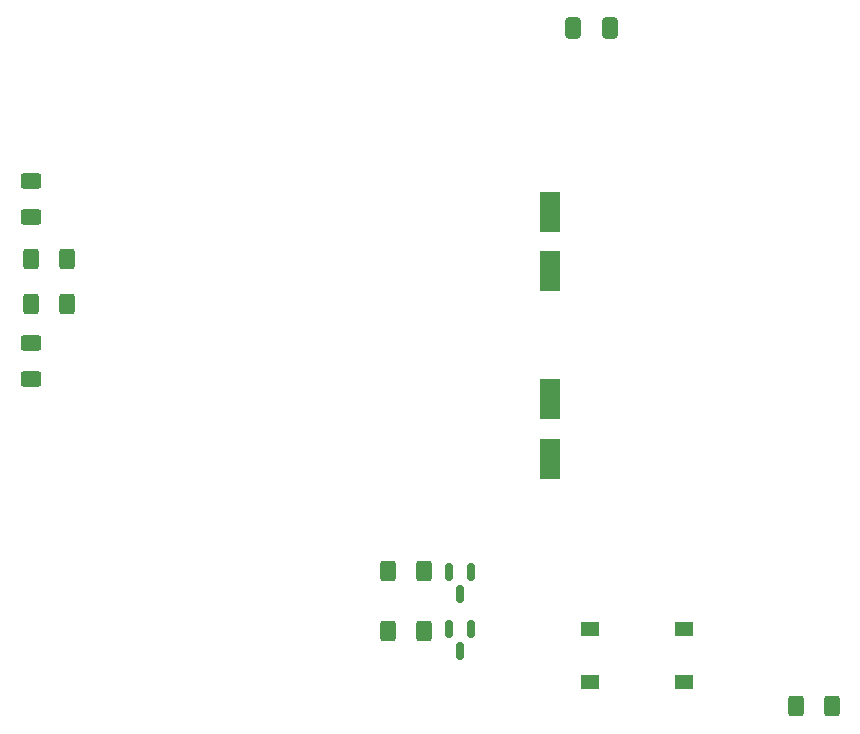
<source format=gbr>
%TF.GenerationSoftware,KiCad,Pcbnew,(6.0.0)*%
%TF.CreationDate,2022-04-01T08:55:31-04:00*%
%TF.ProjectId,Thermostat_Mega,54686572-6d6f-4737-9461-745f4d656761,rev?*%
%TF.SameCoordinates,Original*%
%TF.FileFunction,Paste,Top*%
%TF.FilePolarity,Positive*%
%FSLAX46Y46*%
G04 Gerber Fmt 4.6, Leading zero omitted, Abs format (unit mm)*
G04 Created by KiCad (PCBNEW (6.0.0)) date 2022-04-01 08:55:31*
%MOMM*%
%LPD*%
G01*
G04 APERTURE LIST*
G04 Aperture macros list*
%AMRoundRect*
0 Rectangle with rounded corners*
0 $1 Rounding radius*
0 $2 $3 $4 $5 $6 $7 $8 $9 X,Y pos of 4 corners*
0 Add a 4 corners polygon primitive as box body*
4,1,4,$2,$3,$4,$5,$6,$7,$8,$9,$2,$3,0*
0 Add four circle primitives for the rounded corners*
1,1,$1+$1,$2,$3*
1,1,$1+$1,$4,$5*
1,1,$1+$1,$6,$7*
1,1,$1+$1,$8,$9*
0 Add four rect primitives between the rounded corners*
20,1,$1+$1,$2,$3,$4,$5,0*
20,1,$1+$1,$4,$5,$6,$7,0*
20,1,$1+$1,$6,$7,$8,$9,0*
20,1,$1+$1,$8,$9,$2,$3,0*%
G04 Aperture macros list end*
%ADD10R,1.800000X3.500000*%
%ADD11RoundRect,0.250000X-0.625000X0.400000X-0.625000X-0.400000X0.625000X-0.400000X0.625000X0.400000X0*%
%ADD12RoundRect,0.150000X-0.150000X0.587500X-0.150000X-0.587500X0.150000X-0.587500X0.150000X0.587500X0*%
%ADD13RoundRect,0.250000X0.400000X0.625000X-0.400000X0.625000X-0.400000X-0.625000X0.400000X-0.625000X0*%
%ADD14R,1.550000X1.300000*%
%ADD15RoundRect,0.250000X0.412500X0.650000X-0.412500X0.650000X-0.412500X-0.650000X0.412500X-0.650000X0*%
%ADD16RoundRect,0.250000X-0.400000X-0.625000X0.400000X-0.625000X0.400000X0.625000X-0.400000X0.625000X0*%
%ADD17RoundRect,0.250000X0.625000X-0.400000X0.625000X0.400000X-0.625000X0.400000X-0.625000X-0.400000X0*%
G04 APERTURE END LIST*
D10*
%TO.C,D1*%
X154178000Y-58126000D03*
X154178000Y-53126000D03*
%TD*%
D11*
%TO.C,R2*%
X110236000Y-64236000D03*
X110236000Y-67336000D03*
%TD*%
D12*
%TO.C,Q1*%
X147508000Y-88470500D03*
X145608000Y-88470500D03*
X146558000Y-90345500D03*
%TD*%
D13*
%TO.C,R4*%
X113310000Y-57150000D03*
X110210000Y-57150000D03*
%TD*%
D14*
%TO.C,SW2*%
X165519000Y-92928000D03*
X157569000Y-92928000D03*
X157569000Y-88428000D03*
X165519000Y-88428000D03*
%TD*%
D15*
%TO.C,C1*%
X159296500Y-37592000D03*
X156171500Y-37592000D03*
%TD*%
D12*
%TO.C,Q2*%
X147508000Y-83644500D03*
X145608000Y-83644500D03*
X146558000Y-85519500D03*
%TD*%
D13*
%TO.C,R1*%
X113310000Y-60960000D03*
X110210000Y-60960000D03*
%TD*%
%TO.C,R7*%
X143536000Y-88646000D03*
X140436000Y-88646000D03*
%TD*%
D16*
%TO.C,R3*%
X174980000Y-94996000D03*
X178080000Y-94996000D03*
%TD*%
D10*
%TO.C,D5*%
X154152600Y-74026400D03*
X154152600Y-69026400D03*
%TD*%
D17*
%TO.C,R5*%
X110236000Y-53620000D03*
X110236000Y-50520000D03*
%TD*%
D13*
%TO.C,R6*%
X143536000Y-83566000D03*
X140436000Y-83566000D03*
%TD*%
M02*

</source>
